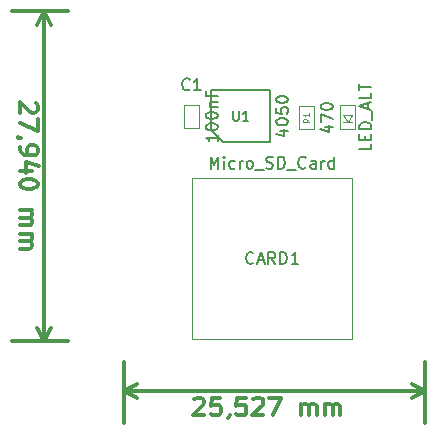
<source format=gbr>
G04 #@! TF.FileFunction,Other,Fab,Top*
%FSLAX46Y46*%
G04 Gerber Fmt 4.6, Leading zero omitted, Abs format (unit mm)*
G04 Created by KiCad (PCBNEW 4.0.6) date 07/30/17 20:13:49*
%MOMM*%
%LPD*%
G01*
G04 APERTURE LIST*
%ADD10C,0.100000*%
%ADD11C,0.300000*%
%ADD12C,0.150000*%
%ADD13C,0.075000*%
G04 APERTURE END LIST*
D10*
D11*
X131433971Y-70493715D02*
X131505400Y-70565144D01*
X131576829Y-70708001D01*
X131576829Y-71065144D01*
X131505400Y-71208001D01*
X131433971Y-71279430D01*
X131291114Y-71350858D01*
X131148257Y-71350858D01*
X130933971Y-71279430D01*
X130076829Y-70422287D01*
X130076829Y-71350858D01*
X131576829Y-71850858D02*
X131576829Y-72850858D01*
X130076829Y-72208001D01*
X130148257Y-73493714D02*
X130076829Y-73493714D01*
X129933971Y-73422286D01*
X129862543Y-73350857D01*
X130076829Y-74208000D02*
X130076829Y-74493715D01*
X130148257Y-74636572D01*
X130219686Y-74708000D01*
X130433971Y-74850858D01*
X130719686Y-74922286D01*
X131291114Y-74922286D01*
X131433971Y-74850858D01*
X131505400Y-74779429D01*
X131576829Y-74636572D01*
X131576829Y-74350858D01*
X131505400Y-74208000D01*
X131433971Y-74136572D01*
X131291114Y-74065143D01*
X130933971Y-74065143D01*
X130791114Y-74136572D01*
X130719686Y-74208000D01*
X130648257Y-74350858D01*
X130648257Y-74636572D01*
X130719686Y-74779429D01*
X130791114Y-74850858D01*
X130933971Y-74922286D01*
X131076829Y-76208000D02*
X130076829Y-76208000D01*
X131648257Y-75850857D02*
X130576829Y-75493714D01*
X130576829Y-76422286D01*
X131576829Y-77279428D02*
X131576829Y-77422285D01*
X131505400Y-77565142D01*
X131433971Y-77636571D01*
X131291114Y-77708000D01*
X131005400Y-77779428D01*
X130648257Y-77779428D01*
X130362543Y-77708000D01*
X130219686Y-77636571D01*
X130148257Y-77565142D01*
X130076829Y-77422285D01*
X130076829Y-77279428D01*
X130148257Y-77136571D01*
X130219686Y-77065142D01*
X130362543Y-76993714D01*
X130648257Y-76922285D01*
X131005400Y-76922285D01*
X131291114Y-76993714D01*
X131433971Y-77065142D01*
X131505400Y-77136571D01*
X131576829Y-77279428D01*
X130076829Y-79565142D02*
X131076829Y-79565142D01*
X130933971Y-79565142D02*
X131005400Y-79636570D01*
X131076829Y-79779428D01*
X131076829Y-79993713D01*
X131005400Y-80136570D01*
X130862543Y-80207999D01*
X130076829Y-80207999D01*
X130862543Y-80207999D02*
X131005400Y-80279428D01*
X131076829Y-80422285D01*
X131076829Y-80636570D01*
X131005400Y-80779428D01*
X130862543Y-80850856D01*
X130076829Y-80850856D01*
X130076829Y-81565142D02*
X131076829Y-81565142D01*
X130933971Y-81565142D02*
X131005400Y-81636570D01*
X131076829Y-81779428D01*
X131076829Y-81993713D01*
X131005400Y-82136570D01*
X130862543Y-82207999D01*
X130076829Y-82207999D01*
X130862543Y-82207999D02*
X131005400Y-82279428D01*
X131076829Y-82422285D01*
X131076829Y-82636570D01*
X131005400Y-82779428D01*
X130862543Y-82850856D01*
X130076829Y-82850856D01*
X132105400Y-62738000D02*
X132105400Y-90678000D01*
X134137400Y-62738000D02*
X129405400Y-62738000D01*
X134137400Y-90678000D02*
X129405400Y-90678000D01*
X132105400Y-90678000D02*
X131518979Y-89551496D01*
X132105400Y-90678000D02*
X132691821Y-89551496D01*
X132105400Y-62738000D02*
X131518979Y-63864504D01*
X132105400Y-62738000D02*
X132691821Y-63864504D01*
X144814115Y-95587429D02*
X144885544Y-95516000D01*
X145028401Y-95444571D01*
X145385544Y-95444571D01*
X145528401Y-95516000D01*
X145599830Y-95587429D01*
X145671258Y-95730286D01*
X145671258Y-95873143D01*
X145599830Y-96087429D01*
X144742687Y-96944571D01*
X145671258Y-96944571D01*
X147028401Y-95444571D02*
X146314115Y-95444571D01*
X146242686Y-96158857D01*
X146314115Y-96087429D01*
X146456972Y-96016000D01*
X146814115Y-96016000D01*
X146956972Y-96087429D01*
X147028401Y-96158857D01*
X147099829Y-96301714D01*
X147099829Y-96658857D01*
X147028401Y-96801714D01*
X146956972Y-96873143D01*
X146814115Y-96944571D01*
X146456972Y-96944571D01*
X146314115Y-96873143D01*
X146242686Y-96801714D01*
X147814114Y-96873143D02*
X147814114Y-96944571D01*
X147742686Y-97087429D01*
X147671257Y-97158857D01*
X149171258Y-95444571D02*
X148456972Y-95444571D01*
X148385543Y-96158857D01*
X148456972Y-96087429D01*
X148599829Y-96016000D01*
X148956972Y-96016000D01*
X149099829Y-96087429D01*
X149171258Y-96158857D01*
X149242686Y-96301714D01*
X149242686Y-96658857D01*
X149171258Y-96801714D01*
X149099829Y-96873143D01*
X148956972Y-96944571D01*
X148599829Y-96944571D01*
X148456972Y-96873143D01*
X148385543Y-96801714D01*
X149814114Y-95587429D02*
X149885543Y-95516000D01*
X150028400Y-95444571D01*
X150385543Y-95444571D01*
X150528400Y-95516000D01*
X150599829Y-95587429D01*
X150671257Y-95730286D01*
X150671257Y-95873143D01*
X150599829Y-96087429D01*
X149742686Y-96944571D01*
X150671257Y-96944571D01*
X151171257Y-95444571D02*
X152171257Y-95444571D01*
X151528400Y-96944571D01*
X153885542Y-96944571D02*
X153885542Y-95944571D01*
X153885542Y-96087429D02*
X153956970Y-96016000D01*
X154099828Y-95944571D01*
X154314113Y-95944571D01*
X154456970Y-96016000D01*
X154528399Y-96158857D01*
X154528399Y-96944571D01*
X154528399Y-96158857D02*
X154599828Y-96016000D01*
X154742685Y-95944571D01*
X154956970Y-95944571D01*
X155099828Y-96016000D01*
X155171256Y-96158857D01*
X155171256Y-96944571D01*
X155885542Y-96944571D02*
X155885542Y-95944571D01*
X155885542Y-96087429D02*
X155956970Y-96016000D01*
X156099828Y-95944571D01*
X156314113Y-95944571D01*
X156456970Y-96016000D01*
X156528399Y-96158857D01*
X156528399Y-96944571D01*
X156528399Y-96158857D02*
X156599828Y-96016000D01*
X156742685Y-95944571D01*
X156956970Y-95944571D01*
X157099828Y-96016000D01*
X157171256Y-96158857D01*
X157171256Y-96944571D01*
X164363400Y-94868999D02*
X138836400Y-94868999D01*
X164363400Y-92456000D02*
X164363400Y-97568999D01*
X138836400Y-92456000D02*
X138836400Y-97568999D01*
X138836400Y-94868999D02*
X139962904Y-94282578D01*
X138836400Y-94868999D02*
X139962904Y-95455420D01*
X164363400Y-94868999D02*
X163236896Y-94282578D01*
X164363400Y-94868999D02*
X163236896Y-95455420D01*
D10*
X145221000Y-72625000D02*
X143981000Y-72625000D01*
X145221000Y-70625000D02*
X145221000Y-72625000D01*
X143981000Y-70625000D02*
X145221000Y-70625000D01*
X143981000Y-72625000D02*
X143981000Y-70625000D01*
X158211000Y-76805000D02*
X144611000Y-76805000D01*
X158211000Y-90505000D02*
X158211000Y-76805000D01*
X144611000Y-90505000D02*
X158211000Y-90505000D01*
X144611000Y-76805000D02*
X144611000Y-90505000D01*
X157401000Y-72095000D02*
X158201000Y-72095000D01*
X157801000Y-72095000D02*
X157401000Y-71495000D01*
X158201000Y-71495000D02*
X157801000Y-72095000D01*
X157401000Y-71495000D02*
X158201000Y-71495000D01*
X158401000Y-70695000D02*
X158401000Y-72695000D01*
X157201000Y-70695000D02*
X158401000Y-70695000D01*
X157201000Y-72695000D02*
X157201000Y-70695000D01*
X158401000Y-72695000D02*
X157201000Y-72695000D01*
X154961000Y-72725000D02*
X153721000Y-72725000D01*
X154961000Y-70725000D02*
X154961000Y-72725000D01*
X153721000Y-70725000D02*
X154961000Y-70725000D01*
X153721000Y-72725000D02*
X153721000Y-70725000D01*
D12*
X146251000Y-72805000D02*
X146251000Y-69405000D01*
X146251000Y-69405000D02*
X151251000Y-69405000D01*
X151251000Y-69405000D02*
X151251000Y-73805000D01*
X151251000Y-73805000D02*
X147251000Y-73805000D01*
X147251000Y-73805000D02*
X146251000Y-72805000D01*
X146803381Y-73172619D02*
X146803381Y-73744048D01*
X146803381Y-73458334D02*
X145803381Y-73458334D01*
X145946238Y-73553572D01*
X146041476Y-73648810D01*
X146089095Y-73744048D01*
X145803381Y-72553572D02*
X145803381Y-72458333D01*
X145851000Y-72363095D01*
X145898619Y-72315476D01*
X145993857Y-72267857D01*
X146184333Y-72220238D01*
X146422429Y-72220238D01*
X146612905Y-72267857D01*
X146708143Y-72315476D01*
X146755762Y-72363095D01*
X146803381Y-72458333D01*
X146803381Y-72553572D01*
X146755762Y-72648810D01*
X146708143Y-72696429D01*
X146612905Y-72744048D01*
X146422429Y-72791667D01*
X146184333Y-72791667D01*
X145993857Y-72744048D01*
X145898619Y-72696429D01*
X145851000Y-72648810D01*
X145803381Y-72553572D01*
X145803381Y-71601191D02*
X145803381Y-71505952D01*
X145851000Y-71410714D01*
X145898619Y-71363095D01*
X145993857Y-71315476D01*
X146184333Y-71267857D01*
X146422429Y-71267857D01*
X146612905Y-71315476D01*
X146708143Y-71363095D01*
X146755762Y-71410714D01*
X146803381Y-71505952D01*
X146803381Y-71601191D01*
X146755762Y-71696429D01*
X146708143Y-71744048D01*
X146612905Y-71791667D01*
X146422429Y-71839286D01*
X146184333Y-71839286D01*
X145993857Y-71791667D01*
X145898619Y-71744048D01*
X145851000Y-71696429D01*
X145803381Y-71601191D01*
X146136714Y-70839286D02*
X146803381Y-70839286D01*
X146231952Y-70839286D02*
X146184333Y-70791667D01*
X146136714Y-70696429D01*
X146136714Y-70553571D01*
X146184333Y-70458333D01*
X146279571Y-70410714D01*
X146803381Y-70410714D01*
X146279571Y-69601190D02*
X146279571Y-69934524D01*
X146803381Y-69934524D02*
X145803381Y-69934524D01*
X145803381Y-69458333D01*
X144424334Y-69312143D02*
X144376715Y-69359762D01*
X144233858Y-69407381D01*
X144138620Y-69407381D01*
X143995762Y-69359762D01*
X143900524Y-69264524D01*
X143852905Y-69169286D01*
X143805286Y-68978810D01*
X143805286Y-68835952D01*
X143852905Y-68645476D01*
X143900524Y-68550238D01*
X143995762Y-68455000D01*
X144138620Y-68407381D01*
X144233858Y-68407381D01*
X144376715Y-68455000D01*
X144424334Y-68502619D01*
X145376715Y-69407381D02*
X144805286Y-69407381D01*
X145091000Y-69407381D02*
X145091000Y-68407381D01*
X144995762Y-68550238D01*
X144900524Y-68645476D01*
X144805286Y-68693095D01*
X146196714Y-76037381D02*
X146196714Y-75037381D01*
X146530048Y-75751667D01*
X146863381Y-75037381D01*
X146863381Y-76037381D01*
X147339571Y-76037381D02*
X147339571Y-75370714D01*
X147339571Y-75037381D02*
X147291952Y-75085000D01*
X147339571Y-75132619D01*
X147387190Y-75085000D01*
X147339571Y-75037381D01*
X147339571Y-75132619D01*
X148244333Y-75989762D02*
X148149095Y-76037381D01*
X147958618Y-76037381D01*
X147863380Y-75989762D01*
X147815761Y-75942143D01*
X147768142Y-75846905D01*
X147768142Y-75561190D01*
X147815761Y-75465952D01*
X147863380Y-75418333D01*
X147958618Y-75370714D01*
X148149095Y-75370714D01*
X148244333Y-75418333D01*
X148672904Y-76037381D02*
X148672904Y-75370714D01*
X148672904Y-75561190D02*
X148720523Y-75465952D01*
X148768142Y-75418333D01*
X148863380Y-75370714D01*
X148958619Y-75370714D01*
X149434809Y-76037381D02*
X149339571Y-75989762D01*
X149291952Y-75942143D01*
X149244333Y-75846905D01*
X149244333Y-75561190D01*
X149291952Y-75465952D01*
X149339571Y-75418333D01*
X149434809Y-75370714D01*
X149577667Y-75370714D01*
X149672905Y-75418333D01*
X149720524Y-75465952D01*
X149768143Y-75561190D01*
X149768143Y-75846905D01*
X149720524Y-75942143D01*
X149672905Y-75989762D01*
X149577667Y-76037381D01*
X149434809Y-76037381D01*
X149958619Y-76132619D02*
X150720524Y-76132619D01*
X150911000Y-75989762D02*
X151053857Y-76037381D01*
X151291953Y-76037381D01*
X151387191Y-75989762D01*
X151434810Y-75942143D01*
X151482429Y-75846905D01*
X151482429Y-75751667D01*
X151434810Y-75656429D01*
X151387191Y-75608810D01*
X151291953Y-75561190D01*
X151101476Y-75513571D01*
X151006238Y-75465952D01*
X150958619Y-75418333D01*
X150911000Y-75323095D01*
X150911000Y-75227857D01*
X150958619Y-75132619D01*
X151006238Y-75085000D01*
X151101476Y-75037381D01*
X151339572Y-75037381D01*
X151482429Y-75085000D01*
X151911000Y-76037381D02*
X151911000Y-75037381D01*
X152149095Y-75037381D01*
X152291953Y-75085000D01*
X152387191Y-75180238D01*
X152434810Y-75275476D01*
X152482429Y-75465952D01*
X152482429Y-75608810D01*
X152434810Y-75799286D01*
X152387191Y-75894524D01*
X152291953Y-75989762D01*
X152149095Y-76037381D01*
X151911000Y-76037381D01*
X152672905Y-76132619D02*
X153434810Y-76132619D01*
X154244334Y-75942143D02*
X154196715Y-75989762D01*
X154053858Y-76037381D01*
X153958620Y-76037381D01*
X153815762Y-75989762D01*
X153720524Y-75894524D01*
X153672905Y-75799286D01*
X153625286Y-75608810D01*
X153625286Y-75465952D01*
X153672905Y-75275476D01*
X153720524Y-75180238D01*
X153815762Y-75085000D01*
X153958620Y-75037381D01*
X154053858Y-75037381D01*
X154196715Y-75085000D01*
X154244334Y-75132619D01*
X155101477Y-76037381D02*
X155101477Y-75513571D01*
X155053858Y-75418333D01*
X154958620Y-75370714D01*
X154768143Y-75370714D01*
X154672905Y-75418333D01*
X155101477Y-75989762D02*
X155006239Y-76037381D01*
X154768143Y-76037381D01*
X154672905Y-75989762D01*
X154625286Y-75894524D01*
X154625286Y-75799286D01*
X154672905Y-75704048D01*
X154768143Y-75656429D01*
X155006239Y-75656429D01*
X155101477Y-75608810D01*
X155577667Y-76037381D02*
X155577667Y-75370714D01*
X155577667Y-75561190D02*
X155625286Y-75465952D01*
X155672905Y-75418333D01*
X155768143Y-75370714D01*
X155863382Y-75370714D01*
X156625287Y-76037381D02*
X156625287Y-75037381D01*
X156625287Y-75989762D02*
X156530049Y-76037381D01*
X156339572Y-76037381D01*
X156244334Y-75989762D01*
X156196715Y-75942143D01*
X156149096Y-75846905D01*
X156149096Y-75561190D01*
X156196715Y-75465952D01*
X156244334Y-75418333D01*
X156339572Y-75370714D01*
X156530049Y-75370714D01*
X156625287Y-75418333D01*
X149815762Y-84012143D02*
X149768143Y-84059762D01*
X149625286Y-84107381D01*
X149530048Y-84107381D01*
X149387190Y-84059762D01*
X149291952Y-83964524D01*
X149244333Y-83869286D01*
X149196714Y-83678810D01*
X149196714Y-83535952D01*
X149244333Y-83345476D01*
X149291952Y-83250238D01*
X149387190Y-83155000D01*
X149530048Y-83107381D01*
X149625286Y-83107381D01*
X149768143Y-83155000D01*
X149815762Y-83202619D01*
X150196714Y-83821667D02*
X150672905Y-83821667D01*
X150101476Y-84107381D02*
X150434809Y-83107381D01*
X150768143Y-84107381D01*
X151672905Y-84107381D02*
X151339571Y-83631190D01*
X151101476Y-84107381D02*
X151101476Y-83107381D01*
X151482429Y-83107381D01*
X151577667Y-83155000D01*
X151625286Y-83202619D01*
X151672905Y-83297857D01*
X151672905Y-83440714D01*
X151625286Y-83535952D01*
X151577667Y-83583571D01*
X151482429Y-83631190D01*
X151101476Y-83631190D01*
X152101476Y-84107381D02*
X152101476Y-83107381D01*
X152339571Y-83107381D01*
X152482429Y-83155000D01*
X152577667Y-83250238D01*
X152625286Y-83345476D01*
X152672905Y-83535952D01*
X152672905Y-83678810D01*
X152625286Y-83869286D01*
X152577667Y-83964524D01*
X152482429Y-84059762D01*
X152339571Y-84107381D01*
X152101476Y-84107381D01*
X153625286Y-84107381D02*
X153053857Y-84107381D01*
X153339571Y-84107381D02*
X153339571Y-83107381D01*
X153244333Y-83250238D01*
X153149095Y-83345476D01*
X153053857Y-83393095D01*
X159803381Y-73933095D02*
X159803381Y-74409286D01*
X158803381Y-74409286D01*
X159279571Y-73599762D02*
X159279571Y-73266428D01*
X159803381Y-73123571D02*
X159803381Y-73599762D01*
X158803381Y-73599762D01*
X158803381Y-73123571D01*
X159803381Y-72695000D02*
X158803381Y-72695000D01*
X158803381Y-72456905D01*
X158851000Y-72314047D01*
X158946238Y-72218809D01*
X159041476Y-72171190D01*
X159231952Y-72123571D01*
X159374810Y-72123571D01*
X159565286Y-72171190D01*
X159660524Y-72218809D01*
X159755762Y-72314047D01*
X159803381Y-72456905D01*
X159803381Y-72695000D01*
X159898619Y-71933095D02*
X159898619Y-71171190D01*
X159517667Y-70980714D02*
X159517667Y-70504523D01*
X159803381Y-71075952D02*
X158803381Y-70742619D01*
X159803381Y-70409285D01*
X159803381Y-69599761D02*
X159803381Y-70075952D01*
X158803381Y-70075952D01*
X158803381Y-69409285D02*
X158803381Y-68837856D01*
X159803381Y-69123571D02*
X158803381Y-69123571D01*
X155876714Y-72486904D02*
X156543381Y-72486904D01*
X155495762Y-72725000D02*
X156210048Y-72963095D01*
X156210048Y-72344047D01*
X155543381Y-72058333D02*
X155543381Y-71391666D01*
X156543381Y-71820238D01*
X155543381Y-70820238D02*
X155543381Y-70724999D01*
X155591000Y-70629761D01*
X155638619Y-70582142D01*
X155733857Y-70534523D01*
X155924333Y-70486904D01*
X156162429Y-70486904D01*
X156352905Y-70534523D01*
X156448143Y-70582142D01*
X156495762Y-70629761D01*
X156543381Y-70724999D01*
X156543381Y-70820238D01*
X156495762Y-70915476D01*
X156448143Y-70963095D01*
X156352905Y-71010714D01*
X156162429Y-71058333D01*
X155924333Y-71058333D01*
X155733857Y-71010714D01*
X155638619Y-70963095D01*
X155591000Y-70915476D01*
X155543381Y-70820238D01*
D13*
X154567190Y-71808333D02*
X154329095Y-71975000D01*
X154567190Y-72094047D02*
X154067190Y-72094047D01*
X154067190Y-71903571D01*
X154091000Y-71855952D01*
X154114810Y-71832143D01*
X154162429Y-71808333D01*
X154233857Y-71808333D01*
X154281476Y-71832143D01*
X154305286Y-71855952D01*
X154329095Y-71903571D01*
X154329095Y-72094047D01*
X154567190Y-71332143D02*
X154567190Y-71617857D01*
X154567190Y-71475000D02*
X154067190Y-71475000D01*
X154138619Y-71522619D01*
X154186238Y-71570238D01*
X154210048Y-71617857D01*
D12*
X152086714Y-72843095D02*
X152753381Y-72843095D01*
X151705762Y-73081191D02*
X152420048Y-73319286D01*
X152420048Y-72700238D01*
X151753381Y-72128810D02*
X151753381Y-72033571D01*
X151801000Y-71938333D01*
X151848619Y-71890714D01*
X151943857Y-71843095D01*
X152134333Y-71795476D01*
X152372429Y-71795476D01*
X152562905Y-71843095D01*
X152658143Y-71890714D01*
X152705762Y-71938333D01*
X152753381Y-72033571D01*
X152753381Y-72128810D01*
X152705762Y-72224048D01*
X152658143Y-72271667D01*
X152562905Y-72319286D01*
X152372429Y-72366905D01*
X152134333Y-72366905D01*
X151943857Y-72319286D01*
X151848619Y-72271667D01*
X151801000Y-72224048D01*
X151753381Y-72128810D01*
X151753381Y-70890714D02*
X151753381Y-71366905D01*
X152229571Y-71414524D01*
X152181952Y-71366905D01*
X152134333Y-71271667D01*
X152134333Y-71033571D01*
X152181952Y-70938333D01*
X152229571Y-70890714D01*
X152324810Y-70843095D01*
X152562905Y-70843095D01*
X152658143Y-70890714D01*
X152705762Y-70938333D01*
X152753381Y-71033571D01*
X152753381Y-71271667D01*
X152705762Y-71366905D01*
X152658143Y-71414524D01*
X151753381Y-70224048D02*
X151753381Y-70128809D01*
X151801000Y-70033571D01*
X151848619Y-69985952D01*
X151943857Y-69938333D01*
X152134333Y-69890714D01*
X152372429Y-69890714D01*
X152562905Y-69938333D01*
X152658143Y-69985952D01*
X152705762Y-70033571D01*
X152753381Y-70128809D01*
X152753381Y-70224048D01*
X152705762Y-70319286D01*
X152658143Y-70366905D01*
X152562905Y-70414524D01*
X152372429Y-70462143D01*
X152134333Y-70462143D01*
X151943857Y-70414524D01*
X151848619Y-70366905D01*
X151801000Y-70319286D01*
X151753381Y-70224048D01*
X148141476Y-71176905D02*
X148141476Y-71824524D01*
X148179571Y-71900714D01*
X148217667Y-71938810D01*
X148293857Y-71976905D01*
X148446238Y-71976905D01*
X148522429Y-71938810D01*
X148560524Y-71900714D01*
X148598619Y-71824524D01*
X148598619Y-71176905D01*
X149398619Y-71976905D02*
X148941476Y-71976905D01*
X149170047Y-71976905D02*
X149170047Y-71176905D01*
X149093857Y-71291190D01*
X149017666Y-71367381D01*
X148941476Y-71405476D01*
M02*

</source>
